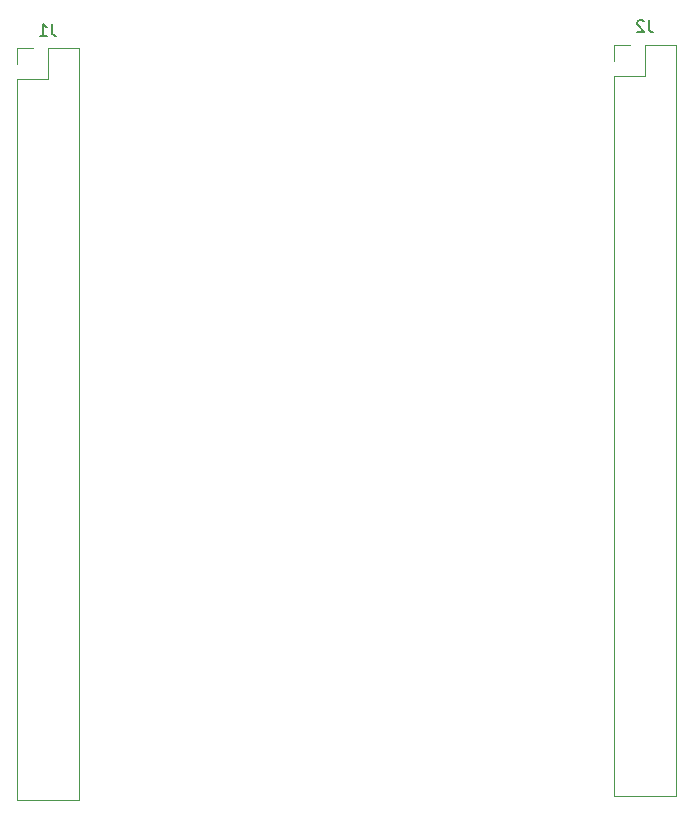
<source format=gbr>
%TF.GenerationSoftware,KiCad,Pcbnew,(7.0.0)*%
%TF.CreationDate,2023-06-01T08:48:15-06:00*%
%TF.ProjectId,phase_D_finalproject,70686173-655f-4445-9f66-696e616c7072,rev?*%
%TF.SameCoordinates,Original*%
%TF.FileFunction,Legend,Bot*%
%TF.FilePolarity,Positive*%
%FSLAX46Y46*%
G04 Gerber Fmt 4.6, Leading zero omitted, Abs format (unit mm)*
G04 Created by KiCad (PCBNEW (7.0.0)) date 2023-06-01 08:48:15*
%MOMM*%
%LPD*%
G01*
G04 APERTURE LIST*
%ADD10C,0.150000*%
%ADD11C,0.120000*%
G04 APERTURE END LIST*
D10*
%TO.C,J1*%
X133078333Y-54207380D02*
X133078333Y-54921666D01*
X133078333Y-54921666D02*
X133125952Y-55064523D01*
X133125952Y-55064523D02*
X133221190Y-55159761D01*
X133221190Y-55159761D02*
X133364047Y-55207380D01*
X133364047Y-55207380D02*
X133459285Y-55207380D01*
X132078333Y-55207380D02*
X132649761Y-55207380D01*
X132364047Y-55207380D02*
X132364047Y-54207380D01*
X132364047Y-54207380D02*
X132459285Y-54350238D01*
X132459285Y-54350238D02*
X132554523Y-54445476D01*
X132554523Y-54445476D02*
X132649761Y-54493095D01*
%TO.C,J2*%
X183628333Y-53907380D02*
X183628333Y-54621666D01*
X183628333Y-54621666D02*
X183675952Y-54764523D01*
X183675952Y-54764523D02*
X183771190Y-54859761D01*
X183771190Y-54859761D02*
X183914047Y-54907380D01*
X183914047Y-54907380D02*
X184009285Y-54907380D01*
X183199761Y-54002619D02*
X183152142Y-53955000D01*
X183152142Y-53955000D02*
X183056904Y-53907380D01*
X183056904Y-53907380D02*
X182818809Y-53907380D01*
X182818809Y-53907380D02*
X182723571Y-53955000D01*
X182723571Y-53955000D02*
X182675952Y-54002619D01*
X182675952Y-54002619D02*
X182628333Y-54097857D01*
X182628333Y-54097857D02*
X182628333Y-54193095D01*
X182628333Y-54193095D02*
X182675952Y-54335952D01*
X182675952Y-54335952D02*
X183247380Y-54907380D01*
X183247380Y-54907380D02*
X182628333Y-54907380D01*
D11*
%TO.C,J1*%
X135345000Y-119900000D02*
X130145000Y-119900000D01*
X135345000Y-56280000D02*
X135345000Y-119900000D01*
X135345000Y-56280000D02*
X132745000Y-56280000D01*
X132745000Y-58880000D02*
X130145000Y-58880000D01*
X132745000Y-56280000D02*
X132745000Y-58880000D01*
X131475000Y-56280000D02*
X130145000Y-56280000D01*
X130145000Y-58880000D02*
X130145000Y-119900000D01*
X130145000Y-56280000D02*
X130145000Y-57610000D01*
%TO.C,J2*%
X185895000Y-119600000D02*
X180695000Y-119600000D01*
X185895000Y-55980000D02*
X185895000Y-119600000D01*
X185895000Y-55980000D02*
X183295000Y-55980000D01*
X183295000Y-58580000D02*
X180695000Y-58580000D01*
X183295000Y-55980000D02*
X183295000Y-58580000D01*
X182025000Y-55980000D02*
X180695000Y-55980000D01*
X180695000Y-58580000D02*
X180695000Y-119600000D01*
X180695000Y-55980000D02*
X180695000Y-57310000D01*
%TD*%
M02*

</source>
